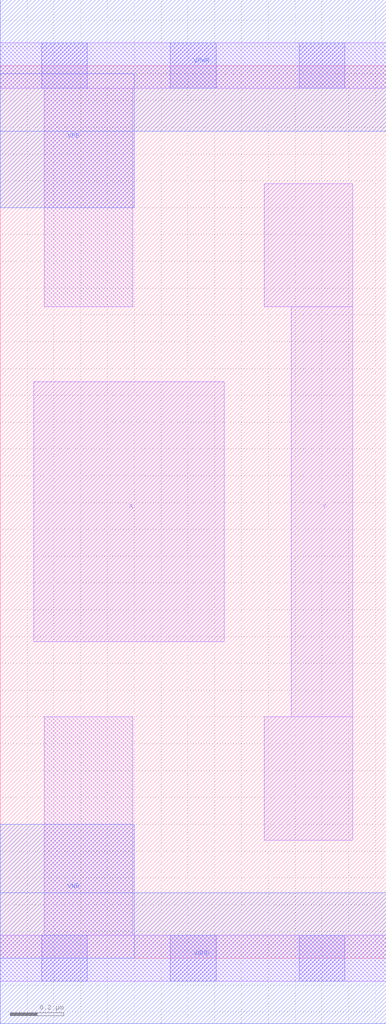
<source format=lef>
# Copyright 2020 The SkyWater PDK Authors
#
# Licensed under the Apache License, Version 2.0 (the "License");
# you may not use this file except in compliance with the License.
# You may obtain a copy of the License at
#
#     https://www.apache.org/licenses/LICENSE-2.0
#
# Unless required by applicable law or agreed to in writing, software
# distributed under the License is distributed on an "AS IS" BASIS,
# WITHOUT WARRANTIES OR CONDITIONS OF ANY KIND, either express or implied.
# See the License for the specific language governing permissions and
# limitations under the License.
#
# SPDX-License-Identifier: Apache-2.0

VERSION 5.5 ;
NAMESCASESENSITIVE ON ;
BUSBITCHARS "[]" ;
DIVIDERCHAR "/" ;
MACRO sky130_fd_sc_lp__invlp_m
  CLASS CORE ;
  SOURCE USER ;
  ORIGIN  0.000000  0.000000 ;
  SIZE  1.440000 BY  3.330000 ;
  SYMMETRY X Y R90 ;
  SITE unit ;
  PIN A
    ANTENNAGATEAREA  0.252000 ;
    DIRECTION INPUT ;
    USE SIGNAL ;
    PORT
      LAYER li1 ;
        RECT 0.125000 1.180000 0.835000 2.150000 ;
    END
  END A
  PIN Y
    ANTENNADIFFAREA  0.239400 ;
    DIRECTION OUTPUT ;
    USE SIGNAL ;
    PORT
      LAYER li1 ;
        RECT 0.985000 0.440000 1.315000 0.900000 ;
        RECT 0.985000 2.430000 1.315000 2.890000 ;
        RECT 1.085000 0.900000 1.315000 2.430000 ;
    END
  END Y
  PIN VGND
    DIRECTION INOUT ;
    USE GROUND ;
    PORT
      LAYER met1 ;
        RECT 0.000000 -0.245000 1.440000 0.245000 ;
    END
  END VGND
  PIN VNB
    DIRECTION INOUT ;
    USE GROUND ;
    PORT
      LAYER met1 ;
        RECT 0.000000 0.000000 0.500000 0.500000 ;
    END
  END VNB
  PIN VPB
    DIRECTION INOUT ;
    USE POWER ;
    PORT
      LAYER met1 ;
        RECT 0.000000 2.800000 0.500000 3.300000 ;
    END
  END VPB
  PIN VPWR
    DIRECTION INOUT ;
    USE POWER ;
    PORT
      LAYER met1 ;
        RECT 0.000000 3.085000 1.440000 3.575000 ;
    END
  END VPWR
  OBS
    LAYER li1 ;
      RECT 0.000000 -0.085000 1.440000 0.085000 ;
      RECT 0.000000  3.245000 1.440000 3.415000 ;
      RECT 0.165000  0.085000 0.495000 0.900000 ;
      RECT 0.165000  2.430000 0.495000 3.245000 ;
    LAYER mcon ;
      RECT 0.155000 -0.085000 0.325000 0.085000 ;
      RECT 0.155000  3.245000 0.325000 3.415000 ;
      RECT 0.635000 -0.085000 0.805000 0.085000 ;
      RECT 0.635000  3.245000 0.805000 3.415000 ;
      RECT 1.115000 -0.085000 1.285000 0.085000 ;
      RECT 1.115000  3.245000 1.285000 3.415000 ;
  END
END sky130_fd_sc_lp__invlp_m

</source>
